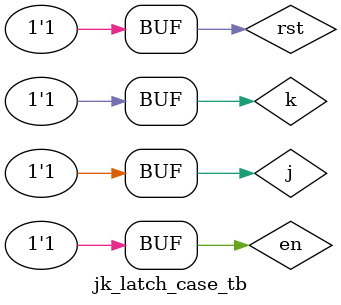
<source format=v>
module jk_latch_case_tb;
	reg  j, k, en, rst;
	wire q;
jklatch_case m(.q(q), .j(j), .k(k), .en(en), .rst(rst));
	initial 
	begin 
$monitor ("q=%b\t j=%b\t k=%b\t en=%b\t rst=%b\t", q, j, k, en, rst);
	{rst, en, j, k }= 4'b1111;
	repeat (16)
		begin 
			{rst, en, j, k }={rst, en, j, k }-1;
			#20;
		end 
	end
endmodule 

</source>
